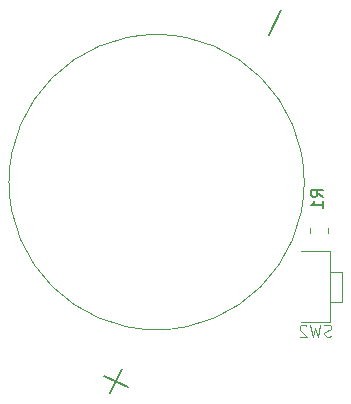
<source format=gbo>
%TF.GenerationSoftware,KiCad,Pcbnew,9.0.4*%
%TF.CreationDate,2025-12-02T01:12:31+00:00*%
%TF.ProjectId,dtv2,64747632-2e6b-4696-9361-645f70636258,rev?*%
%TF.SameCoordinates,Original*%
%TF.FileFunction,Legend,Bot*%
%TF.FilePolarity,Positive*%
%FSLAX46Y46*%
G04 Gerber Fmt 4.6, Leading zero omitted, Abs format (unit mm)*
G04 Created by KiCad (PCBNEW 9.0.4) date 2025-12-02 01:12:31*
%MOMM*%
%LPD*%
G01*
G04 APERTURE LIST*
%ADD10C,0.150000*%
%ADD11C,0.100000*%
%ADD12C,0.120000*%
G04 APERTURE END LIST*
D10*
X125562901Y-67563115D02*
X124596916Y-69634676D01*
X112638950Y-99470773D02*
X110567389Y-98504788D01*
X111120177Y-100023561D02*
X112086162Y-97952000D01*
D11*
X129833332Y-95159800D02*
X129690475Y-95207419D01*
X129690475Y-95207419D02*
X129452380Y-95207419D01*
X129452380Y-95207419D02*
X129357142Y-95159800D01*
X129357142Y-95159800D02*
X129309523Y-95112180D01*
X129309523Y-95112180D02*
X129261904Y-95016942D01*
X129261904Y-95016942D02*
X129261904Y-94921704D01*
X129261904Y-94921704D02*
X129309523Y-94826466D01*
X129309523Y-94826466D02*
X129357142Y-94778847D01*
X129357142Y-94778847D02*
X129452380Y-94731228D01*
X129452380Y-94731228D02*
X129642856Y-94683609D01*
X129642856Y-94683609D02*
X129738094Y-94635990D01*
X129738094Y-94635990D02*
X129785713Y-94588371D01*
X129785713Y-94588371D02*
X129833332Y-94493133D01*
X129833332Y-94493133D02*
X129833332Y-94397895D01*
X129833332Y-94397895D02*
X129785713Y-94302657D01*
X129785713Y-94302657D02*
X129738094Y-94255038D01*
X129738094Y-94255038D02*
X129642856Y-94207419D01*
X129642856Y-94207419D02*
X129404761Y-94207419D01*
X129404761Y-94207419D02*
X129261904Y-94255038D01*
X128928570Y-94207419D02*
X128690475Y-95207419D01*
X128690475Y-95207419D02*
X128499999Y-94493133D01*
X128499999Y-94493133D02*
X128309523Y-95207419D01*
X128309523Y-95207419D02*
X128071428Y-94207419D01*
X127738094Y-94302657D02*
X127690475Y-94255038D01*
X127690475Y-94255038D02*
X127595237Y-94207419D01*
X127595237Y-94207419D02*
X127357142Y-94207419D01*
X127357142Y-94207419D02*
X127261904Y-94255038D01*
X127261904Y-94255038D02*
X127214285Y-94302657D01*
X127214285Y-94302657D02*
X127166666Y-94397895D01*
X127166666Y-94397895D02*
X127166666Y-94493133D01*
X127166666Y-94493133D02*
X127214285Y-94635990D01*
X127214285Y-94635990D02*
X127785713Y-95207419D01*
X127785713Y-95207419D02*
X127166666Y-95207419D01*
D10*
X129129819Y-83383333D02*
X128653628Y-83050000D01*
X129129819Y-82811905D02*
X128129819Y-82811905D01*
X128129819Y-82811905D02*
X128129819Y-83192857D01*
X128129819Y-83192857D02*
X128177438Y-83288095D01*
X128177438Y-83288095D02*
X128225057Y-83335714D01*
X128225057Y-83335714D02*
X128320295Y-83383333D01*
X128320295Y-83383333D02*
X128463152Y-83383333D01*
X128463152Y-83383333D02*
X128558390Y-83335714D01*
X128558390Y-83335714D02*
X128606009Y-83288095D01*
X128606009Y-83288095D02*
X128653628Y-83192857D01*
X128653628Y-83192857D02*
X128653628Y-82811905D01*
X129129819Y-84335714D02*
X129129819Y-83764286D01*
X129129819Y-84050000D02*
X128129819Y-84050000D01*
X128129819Y-84050000D02*
X128272676Y-83954762D01*
X128272676Y-83954762D02*
X128367914Y-83859524D01*
X128367914Y-83859524D02*
X128415533Y-83764286D01*
D11*
%TO.C,BT1*%
X127551386Y-82128254D02*
G75*
G02*
X102551386Y-82128254I-12500000J0D01*
G01*
X102551386Y-82128254D02*
G75*
G02*
X127551386Y-82128254I12500000J0D01*
G01*
%TO.C,SW2*%
X129750000Y-88000000D02*
X127250000Y-88000000D01*
X129750000Y-92250000D02*
X130750000Y-92250000D01*
X129750000Y-94000000D02*
X127250000Y-94000000D01*
X129750000Y-94000000D02*
X129750000Y-88000000D01*
X130750000Y-89750000D02*
X129750000Y-89750000D01*
X130750000Y-92250000D02*
X130750000Y-89750000D01*
D12*
%TO.C,R1*%
X128065000Y-85972936D02*
X128065000Y-86427064D01*
X129535000Y-85972936D02*
X129535000Y-86427064D01*
%TD*%
M02*

</source>
